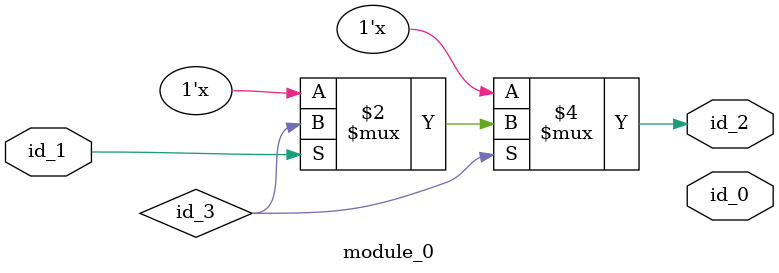
<source format=v>
module module_0 (
    output id_0,
    input  id_1,
    output id_2
);
  reg id_3;
  initial begin : id_4
    if (id_3) if (id_1) id_2 <= id_3;
  end
endmodule

</source>
